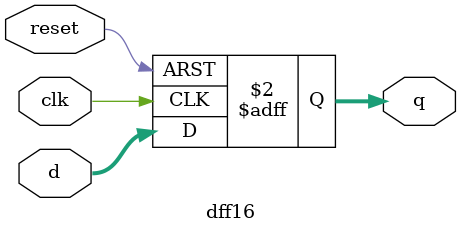
<source format=v>
module dff16(d, clk, reset, q);

	input [15:0] d;
	input clk, reset;
	output reg [15:0] q;

	always @(posedge clk or posedge reset)
	 	if(reset)
	 		q<=16'b0;
	 	else if(clk)
	 		q<=d;
endmodule  

</source>
